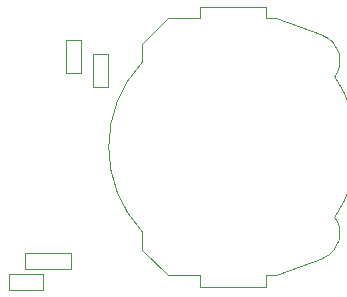
<source format=gbr>
G04 #@! TF.FileFunction,Other,User*
%FSLAX46Y46*%
G04 Gerber Fmt 4.6, Leading zero omitted, Abs format (unit mm)*
G04 Created by KiCad (PCBNEW 4.0.7-e2-6376~61~ubuntu18.04.1) date Tue Jul 31 19:09:39 2018*
%MOMM*%
%LPD*%
G01*
G04 APERTURE LIST*
%ADD10C,0.100000*%
%ADD11C,0.050000*%
G04 APERTURE END LIST*
D10*
D11*
X105101000Y-86552000D02*
X109011000Y-86552000D01*
X105101000Y-86552000D02*
X105101000Y-85152000D01*
X109011000Y-85152000D02*
X109011000Y-86552000D01*
X109011000Y-85152000D02*
X105101000Y-85152000D01*
X119892000Y-88070000D02*
X119892000Y-87080000D01*
X119892000Y-87080000D02*
X117182000Y-87080000D01*
X117182000Y-87080000D02*
X115042000Y-84940000D01*
X115042000Y-84940000D02*
X115042000Y-83400000D01*
X115041573Y-69000454D02*
G75*
G03X115042000Y-83400000I7640427J-7199546D01*
G01*
X115042000Y-69000000D02*
X115042000Y-67460000D01*
X115042000Y-67460000D02*
X117182000Y-65320000D01*
X117182000Y-65320000D02*
X119892000Y-65320000D01*
X119892000Y-65320000D02*
X119892000Y-64330000D01*
X119892000Y-64330000D02*
X125472000Y-64330000D01*
X125472000Y-64330000D02*
X125472000Y-65320000D01*
X125472000Y-65320000D02*
X126322000Y-65320000D01*
X126322000Y-65320000D02*
X130302000Y-66760000D01*
X131336604Y-70243035D02*
G75*
G03X130302000Y-66770000I-1804604J1353035D01*
G01*
X131332075Y-82145368D02*
G75*
G03X131322000Y-70240000I-8650075J5945368D01*
G01*
X130303341Y-85615144D02*
G75*
G03X131322000Y-82160000I-771341J2105144D01*
G01*
X130312000Y-85630000D02*
X126322000Y-87080000D01*
X126322000Y-87080000D02*
X125472000Y-87080000D01*
X125472000Y-87080000D02*
X125472000Y-88070000D01*
X125472000Y-88070000D02*
X119892000Y-88070000D01*
X106606000Y-88280000D02*
X106606000Y-86980000D01*
X106606000Y-86980000D02*
X103706000Y-86980000D01*
X103706000Y-86980000D02*
X103706000Y-88280000D01*
X103706000Y-88280000D02*
X106606000Y-88280000D01*
X112156000Y-71123000D02*
X112156000Y-68323000D01*
X112156000Y-71123000D02*
X110856000Y-71123000D01*
X110856000Y-68323000D02*
X112156000Y-68323000D01*
X110856000Y-68323000D02*
X110856000Y-71123000D01*
X109870000Y-69980000D02*
X109870000Y-67180000D01*
X109870000Y-69980000D02*
X108570000Y-69980000D01*
X108570000Y-67180000D02*
X109870000Y-67180000D01*
X108570000Y-67180000D02*
X108570000Y-69980000D01*
M02*

</source>
